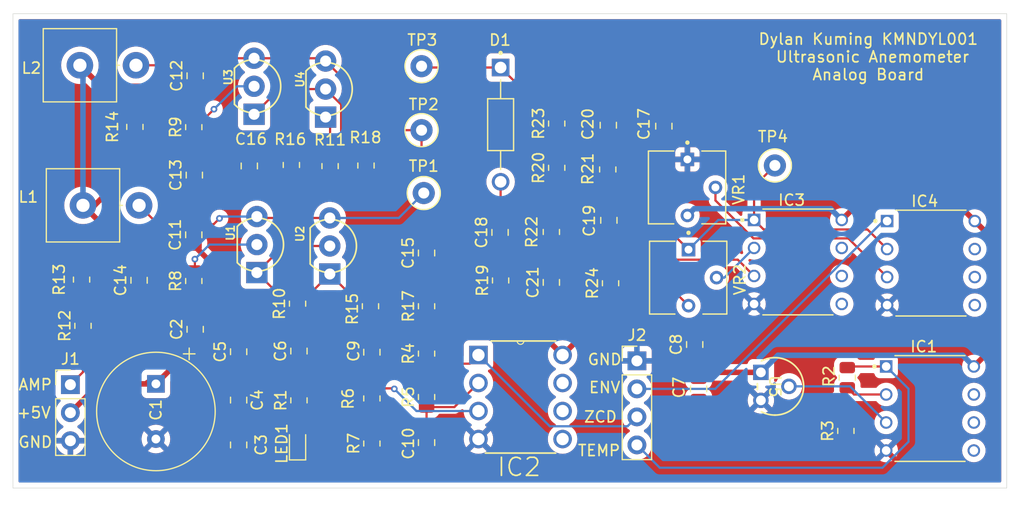
<source format=kicad_pcb>
(kicad_pcb (version 20240108) (generator "pcbnew") (generator_version "8.0")
  (layers (0 "F.Cu" signal) (31 "B.Cu" signal) (34 "B.Paste" user) (35 "F.Paste" user) (36 "B.SilkS" user "B.Silkscreen") (37 "F.SilkS" user "F.Silkscreen") (38 "B.Mask" user) (39 "F.Mask" user) (44 "Edge.Cuts" user))
  (net 0 "")
  (net 1 "+5V")
  (net 2 "GND")
  (net 3 "Net-(IC2-VIN+)")
  (net 4 "/AMP")
  (net 5 "Net-(IC2-VIN-)")
  (net 6 "Net-(C11-Pad2)")
  (net 7 "Net-(C13-Pad2)")
  (net 8 "/Amp_in")
  (net 9 "Net-(C14-Pad2)")
  (net 10 "Net-(C15-Pad1)")
  (net 11 "Net-(C16-Pad1)")
  (net 12 "Net-(IC3-VOUT)")
  (net 13 "Net-(C17-Pad1)")
  (net 14 "Net-(C18-Pad2)")
  (net 15 "Net-(IC3-VIN+)")
  (net 16 "Net-(C20-Pad1)")
  (net 17 "Net-(IC1-VIN-)")
  (net 18 "/TEMP")
  (net 19 "/ZERO_CROSS")
  (net 20 "Net-(IC3-VIN-)")
  (net 21 "Net-(IC4-VIN+)")
  (net 22 "/ENVELOPE")
  (net 23 "Net-(LED1-A)")
  (net 24 "Net-(R10-Pad2)")
  (net 25 "Net-(R10-Pad1)")
  (net 26 "Net-(R11-Pad2)")
  (net 27 "Net-(R11-Pad1)")
  (net 28 "Net-(R24-Pad2)")
  (net 29 "Net-(IC1-VIN+)")
  (footprint "Capacitor_SMD:C_0805_2012Metric" (layer "F.Cu") (at 131.6228 74.4728 90)
    (property "Reference" "C13")
    (property "Value" "100n")
  )
  (footprint "Capacitor_SMD:C_0805_2012Metric" (layer "F.Cu") (at 131.699 88.453 90)
    (property "Reference" "C2")
    (property "Value" "100n" (hide yes))
  )
  (footprint "Capacitor_SMD:C_0805_2012Metric" (layer "F.Cu") (at 163.957 84.201 90)
    (property "Reference" "C21")
    (property "Value" "100n")
  )
  (footprint "Resistor_SMD:R_0805_2012Metric" (layer "F.Cu") (at 140.97 86.1295 90)
    (property "Reference" "R10")
    (property "Value" "10k")
  )
  (footprint "Resistor_THT:R_Axial_Power_L20.0mm_W6.4mm_P5.08mm_Vertical" (layer "F.Cu") (at 121.2596 64.516)
    (property "Reference" "L2")
    (property "Value" "470uH")
  )
  (footprint "TestPoint:TestPoint_Loop_D2.50mm_Drill1.0mm" (layer "F.Cu") (at 184.2 73.6)
    (property "Reference" "TP4")
    (property "Value" "TestPoint" (hide yes))
  )
  (footprint "Resistor_SMD:R_0805_2012Metric" (layer "F.Cu") (at 141.097 94.8925 90)
    (property "Reference" "R1")
    (property "Value" "220")
  )
  (footprint "Capacitor_SMD:C_0805_2012Metric" (layer "F.Cu") (at 152.654 98.7215 -90)
    (property "Reference" "C10")
    (property "Value" "100n")
  )
  (footprint "Resistor_SMD:R_0805_2012Metric" (layer "F.Cu") (at 169.3164 84.2753 90)
    (property "Reference" "R24")
    (property "Value" "3300")
  )
  (footprint "Connector_PinHeader_2.54mm:PinHeader_1x03_P2.54mm_Vertical" (layer "F.Cu") (at 120.396 93.472)
    (property "Reference" "J1")
    (property "Value" "Conn_01x03_Pin" (hide yes))
  )
  (footprint "Capacitor_SMD:C_0805_2012Metric" (layer "F.Cu") (at 159.3088 79.6696 90)
    (property "Reference" "C18")
    (property "Value" "100n" (hide yes))
  )
  (footprint "Capacitor_SMD:C_0805_2012Metric" (layer "F.Cu") (at 174.1424 70.038 -90)
    (property "Reference" "C17")
    (property "Value" "10n" (hide yes))
  )
  (footprint "Resistor_SMD:R_0805_2012Metric" (layer "F.Cu") (at 169.0624 73.9629 -90)
    (property "Reference" "R21")
    (property "Value" "1K" (hide yes))
  )
  (footprint "Resistor_SMD:R_0805_2012Metric" (layer "F.Cu") (at 121.412 83.947 -90)
    (property "Reference" "R13")
    (property "Value" "470K" (hide yes))
  )
  (footprint "Resistor_SMD:R_0805_2012Metric" (layer "F.Cu") (at 190.754 92.837 90)
    (property "Reference" "R2")
    (property "Value" "4700" (hide yes))
  )
  (footprint "Resistor_SMD:R_0805_2012Metric" (layer "F.Cu") (at 152.654 86.36 90)
    (property "Reference" "R17")
    (property "Value" "330")
  )
  (footprint "TestPoint:TestPoint_Loop_D2.50mm_Drill1.0mm" (layer "F.Cu") (at 152.4 76.1)
    (property "Reference" "TP1")
    (property "Value" "TestPoint" (hide yes))
  )
  (footprint "Resistor_SMD:R_0805_2012Metric" (layer "F.Cu") (at 121.539 88.138 90)
    (property "Reference" "R12")
    (property "Value" "47K")
  )
  (footprint "3362P-1-503LF:TRIM_3362P-1-503LF" (layer "F.Cu") (at 176.276 75.5904 -90)
    (property "Reference" "VR1")
    (property "Value" "10K POT")
  )
  (footprint "LM358:DIP794W45P254L959H508Q8" (layer "F.Cu") (at 198.247 95.631)
    (property "Reference" "IC1")
    (property "Value" "LM358")
  )
  (footprint "Capacitor_SMD:C_0805_2012Metric" (layer "F.Cu") (at 152.654 81.534 90)
    (property "Reference" "C15")
    (property "Value" "100n")
  )
  (footprint "TestPoint:TestPoint_Loop_D2.50mm_Drill1.0mm" (layer "F.Cu") (at 152.2 64.6)
    (property "Reference" "TP3")
    (property "Value" "TestPoint" (hide yes))
  )
  (footprint "Resistor_SMD:R_0805_2012Metric" (layer "F.Cu") (at 140.4112 73.5565 -90)
    (property "Reference" "R16")
    (property "Value" "100")
  )
  (footprint "Resistor_SMD:R_0805_2012Metric" (layer "F.Cu") (at 126.238 70.104 -90)
    (property "Reference" "R14")
    (property "Value" "470K")
  )
  (footprint "Resistor_SMD:R_0805_2012Metric" (layer "F.Cu") (at 147.1676 73.6073 90)
    (property "Reference" "R18")
    (property "Value" "330")
  )
  (footprint "Capacitor_SMD:C_0805_2012Metric" (layer "F.Cu") (at 131.572 79.883 90)
    (property "Reference" "C11")
    (property "Value" "33n")
  )
  (footprint "Resistor_SMD:R_0805_2012Metric" (layer "F.Cu") (at 152.654 90.6545 90)
    (property "Reference" "R4")
    (property "Value" "1K")
  )
  (footprint "Resistor_SMD:R_0805_2012Metric" (layer "F.Cu") (at 147.701 98.806 90)
    (property "Reference" "R7")
    (property "Value" "10k")
  )
  (footprint "Capacitor_SMD:C_0805_2012Metric" (layer "F.Cu") (at 135.636 98.933 90)
    (property "Reference" "C3")
    (property "Value" "100n" (hide yes))
  )
  (footprint "Resistor_SMD:R_0805_2012Metric" (layer "F.Cu") (at 131.572 70.1275 90)
    (property "Reference" "R9")
    (property "Value" "470K")
  )
  (footprint "KiCADv6:Z03A" (layer "F.Cu") (at 185.4708 94.8944 -90)
    (property "Reference" "U5")
    (property "Value" "LM35DZ/NOPB")
  )
  (footprint "Capacitor_SMD:C_0805_2012Metric" (layer "F.Cu") (at 176.9364 89.8296 90)
    (property "Reference" "C8")
    (property "Value" "100n" (hide yes))
  )
  (footprint "BC549 darlington:TO92" (layer "F.Cu") (at 143.891 80.899 90)
    (property "Reference" "U2")
    (property "Value" "BC549")
  )
  (footprint "TestPoint:TestPoint_Loop_D2.50mm_Drill1.0mm" (layer "F.Cu") (at 152.2 70.4)
    (property "Reference" "TP2")
    (property "Value" "TestPoint" (hide yes))
  )
  (footprint "Capacitor_SMD:C_0805_2012Metric" (layer "F.Cu") (at 126.619 84.008 90)
    (property "Reference" "C14")
    (property "Value" "100n")
  )
  (footprint "Capacitor_SMD:C_0805_2012Metric" (layer "F.Cu") (at 141.097 90.424 90)
    (property "Reference" "C6")
    (property "Value" "100n")
  )
  (footprint "Capacitor_SMD:C_0805_2012Metric" (layer "F.Cu") (at 169.1132 69.9516 -90)
    (property "Reference" "C20")
    (property "Value" "10n" (hide yes))
  )
  (footprint "Capacitor_SMD:C_0805_2012Metric" (layer "F.Cu") (at 135.636 94.869 -90)
    (property "Reference" "C4")
    (property "Value" "100n" (hide yes))
  )
  (footprint "LED_SMD:LED_0603_1608Metric" (layer "F.Cu") (at 140.97 98.806 90)
    (property "Reference" "LED1")
    (property "Value" "LED_Y")
  )
  (footprint "LM358:DIP794W45P254L959H508Q8" (layer "F.Cu") (at 186.2836 82.3468)
    (property "Reference" "IC3")
    (property "Value" "LM358")
  )
  (footprint "Capacitor_THT:CP_Radial_Tantal_D10.5mm_P5.00mm" (layer "F.Cu") (at 128.143 93.399067 -90)
    (property "Reference" "C1")
    (property "Value" "22uF" (hide yes))
  )
  (footprint "BC549 darlington:TO92" (layer "F.Cu") (at 137.287 80.772 90)
    (property "Reference" "U1")
    (property "Value" "BC549")
  )
  (footprint "Connector_PinHeader_2.54mm:PinHeader_1x04_P2.54mm_Vertical" (layer "F.Cu") (at 171.704 91.313)
    (property "Reference" "J2")
    (property "Value" "Conn_01x04_Pin")
  )
  (footprint "Resistor_SMD:R_0805_2012Metric" (layer "F.Cu") (at 147.701 94.7185 -90)
    (property "Reference" "R6")
    (property "Value" "47k" (hide yes))
  )
  (footprint "Capacitor_SMD:C_0805_2012Metric" (layer "F.Cu") (at 169.164 78.5724 -90)
    (property "Reference" "C19")
    (property "Value" "10n" (hide yes))
  )
  (footprint "Resistor_SMD:R_0805_2012Metric" (layer "F.Cu") (at 152.654 94.5915 90)
    (property "Reference" "R5")
    (property "Value" "10k")
  )
  (footprint "Resistor_SMD:R_0805_2012Metric" (layer "F.Cu") (at 131.572 84.074 90)
    (property "Reference" "R8")
    (property "Value" "470K")
  )
  (footprint "BC549 darlington:TO92" (layer "F.Cu") (at 137.033 66.421 90)
    (property "Reference" "U3")
    (property "Value" "BC549")
  )
  (footprint "Resistor_SMD:R_0805_2012Metric" (layer "F.Cu") (at 164.4396 69.7992 90)
    (property "Reference" "R23")
    (property "Value" "47k" (hide yes))
  )
  (footprint "Capacitor_SMD:C_0805_2012Metric" (layer "F.Cu") (at 177.292 93.853 -90)
    (property "Reference" "C7")
    (property "Value" "100n" (hide yes))
  )
  (footprint "Capacitor_SMD:C_0805_2012Metric" (layer "F.Cu") (at 131.699 65.471 90)
    (property "Reference" "C12")
    (property "Value" "33n")
  )
  (footprint "Resistor_THT:R_Axial_Power_L20.0mm_W6.4mm_P5.08mm_Vertical" (layer "F.Cu") (at 121.539 77.216)
    (property "Reference" "L1")
    (property "Value" "470uH")
  )
  (footprint "Resistor_SMD:R_0805_2012Metric" (layer "F.Cu") (at 159.3596 84.0251 90)
    (property "Reference" "R19")
    (property "Value" "1M" (hide yes))
  )
  (footprint "Capacitor_SMD:C_0805_2012Metric" (layer "F.Cu") (at 147.701 90.5275 -90)
    (property "Reference" "C9")
    (property "Value" "100n" (hide yes))
  )
  (footprint "Resistor_SMD:R_0805_2012Metric" (layer "F.Cu") (at 143.9164 73.6581 90)
    (property "Reference" "R11")
    (property "Value" "10k")
  )
  (footprint "Resistor_SMD:R_0805_2012Metric" (layer "F.Cu") (at 147.574 86.36 -90)
    (property "Reference" "R15")
    (property "Value" "100" (hide yes))
  )
  (footprint "Capacitor_SMD:C_0805_2012Metric" (layer "F.Cu") (at 135.636 90.485 90)
    (property "Reference" "C5")
    (property "Value" "100n")
  )
  (footprint "LM393N:DIP254P762X508-8" (layer "F.Cu") (at 164.973 98.4015)
    (property "Reference" "IC2")
    (property "Value" "LM393")
  )
  (footprint "LM358:DIP794W45P254L959H508Q8" (layer "F.Cu") (at 198.3308 82.4484)
    (property "Reference" "IC4")
    (property "Value" "LM358")
  )
  (footprint "Resistor_SMD:R_0805_2012Metric" (layer "F.Cu") (at 163.957 79.629 -90)
    (property "Reference" "R22")
    (property "Value" "47k" (hide yes))
  )
  (footprint "Resistor_SMD:R_0805_2012Metric" (layer "F.Cu") (at 190.627 97.663 90)
    (property "Reference" "R3")
    (property "Value" "1k")
  )
  (footprint "Capacitor_SMD:C_0805_2012Metric" (layer "F.Cu") (at 136.6012 73.6448 -90)
    (property "Reference" "C16")
    (property "Value" "100n")
  )
  (footprint "BC549 darlington:TO92" (layer "F.Cu") (at 143.51 66.675 90)
    (property "Reference" "U4")
    (property "Value" "BC549")
  )
  (footprint "3362P-1-503LF:TRIM_3362P-1-503LF" (layer "F.Cu") (at 176.3776 83.7692 -90)
    (property "Reference" "VR2")
    (property "Value" "10K POT")
  )
  (footprint "Resistor_SMD:R_0805_2012Metric" (layer "F.Cu") (at 164.4396 73.8124 90)
    (property "Reference" "R20")
    (property "Value" "6.8K" (hide yes))
  )
  (footprint "1N5819 diode:DIOAD1036W78L470D235" (layer "F.Cu") (at 159.3596 69.9008 -90)
    (property "Reference" "D1")
    (property "Value" "1N5819")
  )
  (gr_rect (start 115.1964 59.8424) (end 205.1964 102.8424) (stroke (width 0.05)) (fill none) (layer "Edge.Cuts"))
  (gr_text "GND" (at 168.783 91.186 0) (layer "F.SilkS") (effects (font (size 1 1))))
  (gr_text "Dylan Kuming KMNDYL001 \nUltrasonic Anemometer\nAnalog Board \n" (at 193.04 63.754 0) (layer "F.SilkS") (effects (font (size 1 1))))
  (gr_text "GND" (at 117.221 98.679 0) (layer "F.SilkS") (effects (font (size 1 1))))
  (gr_text "TEMP" (at 168.275 99.441 0) (layer "F.SilkS") (effects (font (size 1 1))))
  (gr_text "AMP" (at 117.221 93.472 0) (layer "F.SilkS") (effects (font (size 1 1))))
  (gr_text "ZCD" (at 168.402 96.393 0) (layer "F.SilkS") (effects (font (size 1 1))))
  (gr_text "+5V" (at 117.094 96.012 0) (layer "F.SilkS") (effects (font (size 1 1))))
  (gr_text "ENV" (at 168.783 93.726 0) (layer "F.SilkS") (effects (font (size 1 1))))
  (segment (start 122.584 77.216) (end 121.539 77.216) (width 0.5) (layer "F.Cu") (net 1))
  (segment (start 141.097 91.374) (end 135.697 91.374) (width 0.5) (layer "F.Cu") (net 1))
  (segment (start 175.1568 89) (end 166.7545 89) (width 0.5) (layer "F.Cu") (net 1))
  (segment (start 166.7545 89) (end 164.973 90.7815) (width 0.5) (layer "F.Cu") (net 1))
  (segment (start 182.9308 92.3544) (end 177.8406 92.3544) (width 0.5) (layer "F.Cu") (net 1))
  (segment (start 177.292 91.1352) (end 176.9364 90.7796) (width 0.5) (layer "F.Cu") (net 1))
  (segment (start 177.8406 92.3544) (end 177.292 92.903) (width 0.5) (layer "F.Cu") (net 1))
  (segment (start 131.699 89.403) (end 131.699 89.843067) (width 0.5) (layer "F.Cu") (net 1))
  (segment (start 163.7436 84.9376) (end 163.957 85.151) (width 0.5) (layer "F.Cu") (net 1))
  (segment (start 131.699 89.403) (end 130.524 88.228) (width 0.5) (layer "F.Cu") (net 1))
  (segment (start 151.504 90.892) (end 151.898 90.498) (width 0.5) (layer "F.Cu") (net 1))
  (segment (start 135.636 91.435) (end 135.387 91.435) (width 0.5) (layer "F.Cu") (net 1))
  (segment (start 133 82.261) (end 131.572 80.833) (width 0.5) (layer "F.Cu") (net 1))
  (segment (start 131.572 84.9865) (end 132.2135 84.9865) (width 0.5) (layer "F.Cu") (net 1))
  (segment (start 159.3596 84.9376) (end 163.7436 84.9376) (width 0.5) (layer "F.Cu") (net 1))
  (segment (start 125.156 80.833) (end 131.572 80.833) (width 0.5) (layer "F.Cu") (net 1))
  (segment (start 130.524 86.0345) (end 131.572 84.9865) (width 0.5) (layer "F.Cu") (net 1))
  (segment (start 203.6872 80.0248) (end 202.3008 78.6384) (width 0.5) (layer "F.Cu") (net 1))
  (segment (start 135.636 91.435) (end 135.636 93.919) (width 0.5) (layer "F.Cu") (net 1))
  (segment (start 132.2135 84.9865) (end 133 84.2) (width 0.5) (layer "F.Cu") (net 1))
  (segment (start 135.387 91.435) (end 135.321 91.501) (width 0.5) (layer "F.Cu") (net 1))
  (segment (start 130.524 88.228) (end 130.524 86.0345) (width 0.5) (layer "F.Cu") (net 1))
  (segment (start 121.539 77.216) (end 125.156 80.833) (width 0.5) (layer "F.Cu") (net 1))
  (segment (start 121.2596 76.9366) (end 121.539 77.216) (width 0.5) (layer "F.Cu") (net 1))
  (segment (start 203.6872 90.3508) (end 203.6872 80.0248) (width 0.5) (layer "F.Cu") (net 1))
  (segment (start 144.5495 90.5275) (end 151.8685 90.5275) (width 0.5) (layer "F.Cu") (net 1))
  (segment (start 202.217 91.821) (end 203.6872 90.3508) (width 0.5) (layer "F.Cu") (net 1))
  (segment (start 123.1646 66.421) (end 131.699 66.421) (width 0.5) (layer "F.Cu") (net 1))
  (segment (start 151.898 90.498) (end 152.654 89.742) (width 0.5) (layer "F.Cu") (net 1))
  (segment (start 159.3596 84.9376) (end 159.3596 85.1681) (width 0.5) (layer "F.Cu") (net 1))
  (segment (start 192.0904 76.7) (end 190.2536 78.5368) (width 0.5) (layer "F.Cu") (net 1))
  (segment (start 128.143 93.399067) (end 123.008933 93.399067) (width 0.5) (layer "F.Cu") (net 1))
  (segment (start 141.097 93.98) (end 144.5495 90.5275) (width 0.5) (layer "F.Cu") (net 1))
  (segment (start 133.731 91.435) (end 131.699 89.403) (width 0.5) (layer "F.Cu") (net 1))
  (segment (start 135.636 93.919) (end 134.461 95.094) (width 0.5) (layer "F.Cu") (net 1))
  (segment (start 128.76 71.04) (end 122.584 77.216) (width 0.5) (layer "F.Cu") (net 1))
  (segment (start 152.654 93.679) (end 151.504 92.529) (width 0.5) (layer "F.Cu") (net 1))
  (segment (start 202.3008 78.6384) (end 200.3624 76.7) (width 0.5) (layer "F.Cu") (net 1))
  (segment (start 176.9364 90.7796) (end 175.1568 89) (width 0.5) (layer "F.Cu") (net 1))
  (segment (start 159.3596 85.1681) (end 164.973 90.7815) (width 0.5) (layer "F.Cu") (net 1))
  (segment (start 127.829933 93.272067) (end 127.381 93.272067) (width 0.5) (layer "F.Cu") (net 1))
  (segment (start 131.572 71.04) (end 128.76 71.04) (width 0.5) (layer "F.Cu") (net 1))
  (segment (start 135.636 91.435) (end 133.731 91.435) (width 0.5) (layer "F.Cu") (net 1))
  (segment (start 123.008933 93.399067) (end 120.396 96.012) (width 0.5) (layer "F.Cu") (net 1))
  (segment (start 177.292 92.903) (end 177.292 91.1352) (width 0.5) (layer "F.Cu") (net 1))
  (segment (start 151.8685 90.5275) (end 151.898 90.498) (width 0.5) (layer "F.Cu") (net 1))
  (segment (start 200.3624 76.7) (end 192.0904 76.7) (width 0.5) (layer "F.Cu") (net 1))
  (segment (start 131.699 89.843067) (end 128.143 93.399067) (width 0.5) (layer "F.Cu") (net 1))
  (segment (start 134.461 98.708) (end 135.636 99.883) (width 0.5) (layer "F.Cu") (net 1))
  (segment (start 134.461 95.094) (end 134.461 98.708) (width 0.5) (layer "F.Cu") (net 1))
  (segment (start 151.504 92.529) (end 151.504 90.892) (width 0.5) (layer "F.Cu") (net 1))
  (segment (start 135.697 91.374) (end 135.636 91.435) (width 0.5) (layer "F.Cu") (net 1))
  (segment (start 141.097 93.98) (end 141.097 91.374) (width 0.5) (layer "F.Cu") (net 1))
  (segment (start 159.3596 84.9376) (end 154.5552 89.742) (width 0.5) (layer "F.Cu") (net 1))
  (segment (start 133 84.2) (end 133 82.261) (width 0.5) (layer "F.Cu") (net 1))
  (segment (start 121.2596 64.516) (end 123.1646 66.421) (width 0.5) (layer "F.Cu") (net 1))
  (segment (start 154.5552 89.742) (end 152.654 89.742) (width 0.5) (layer "F.Cu") (net 1))
  (segment (start 176.887 77.5194) (end 189.2362 77.5194) (width 0.5) (layer "B.Cu") (net 1))
  (segment (start 202.217 91.821) (end 201.202 90.806) (width 0.5) (layer "B.Cu") (net 1))
  (segment (start 121.539 77.216) (end 121.539 64.7954) (width 0.5) (layer "B.Cu") (net 1))
  (segment (start 201.202 90.806) (end 184.4792 90.806) (width 0.5) (layer "B.Cu") (net 1))
  (segment (start 184.4792 90.806) (end 182.9308 92.3544) (width 0.5) (layer "B.Cu") (net 1))
  (segment (start 176.276 78.1304) (end 176.887 77.5194) (width 0.5) (layer "B.Cu") (net 1))
  (segment (start 121.539 64.7954) (end 121.2596 64.516) (width 0.5) (layer "B.Cu") (net 1))
  (segment (start 189.2362 77.5194) (end 190.2536 78.5368) (width 0.5) (layer "B.Cu") (net 1))
  (segment (start 135.636 95.819) (end 135.636 97.983) (width 0.5) (layer "F.Cu") (net 2))
  (segment (start 177.485 94.996) (end 177.292 94.803) (width 0.2) (layer "F.Cu") (net 2))
  (segment (start 164.6295 70.9016) (end 164.4396 70.7117) (width 0.2) (layer "F.Cu") (net 2))
  (segment (start 169.1132 70.9016) (end 164.6295 70.9016) (width 0.5) (layer "F.Cu") (net 2))
  (segment (start 147.701 91.4775) (end 147.701 93.806) (width 0.2) (layer "F.Cu") (net 3))
  (segment (start 149.733 93.853) (end 149.686 93.806) (width 0.2) (layer "F.Cu") (net 3))
  (segment (start 147.701 93.806) (end 149.686 93.806) (width 0.2) (layer "F.Cu") (net 3))
  (via (at 149.733 93.853) (size 0.6) (drill 0.3) (layers "F.Cu" "B.Cu") (net 3))
  (segment (start 157.353 95.8615) (end 151.7415 95.8615) (width 0.2) (layer "B.Cu") (net 3))
  (segment (start 151.7415 95.8615) (end 149.733 93.853) (width 0.2) (layer "B.Cu") (net 3))
  (segment (start 155.8544 86.9696) (end 153.8945 88.9295) (width 0.2) (layer "F.Cu") (net 4))
  (segment (start 131.9226 64.521) (end 132.5626 63.881) (width 0.2) (layer "F.Cu") (net 4))
  (segment (start 137.033 63.881) (end 143.256 63.881) (width 0.2) (layer "F.Cu") (net 4))
  (segment (start 143.256 63.881) (end 143.51 64.135) (width 0.2) (layer "F.Cu") (net 4))
  (segment (start 148.349 88.9295) (end 147.701 89.5775) (width 0.2) (layer "F.Cu") (net 4))
  (segment (start 149.7838 70.4088) (end 143.51 64.135) (width 0.2) (layer "F.Cu") (net 4))
  (segment (start 153.8945 88.9295) (end 148.349 88.9295) (width 0.2) (layer "F.Cu") (net 4))
  (segment (start 155.8544 84.074) (end 155.8544 86.9696) (width 0.2) (layer "F.Cu") (net 4))
  (segment (start 152.2 73.5108) (end 152.2 70.4) (width 0.2) (layer "F.Cu") (net 4))
  (segment (start 152.2 70.4) (end 149.7926 70.4) (width 0.2) (layer "F.Cu") (net 4))
  (segment (start 131.699 64.521) (end 131.9226 64.521) (width 0.2) (layer "F.Cu") (net 4))
  (segment (start 149.7926 70.4) (end 149.7838 70.4088) (width 0.2) (layer "F.Cu") (net 4))
  (segment (start 159.3088 80.6196) (end 155.8544 84.074) (width 0.2) (layer "F.Cu") (net 4))
  (segment (start 131.694 64.516) (end 131.699 64.521) (width 0.2) (layer "F.Cu") (net 4))
  (segment (start 126.3396 64.516) (end 131.694 64.516) (width 0.2) (layer "F.Cu") (net 4))
  (segment (start 132.5626 63.881) (end 137.033 63.881) (width 0.2) (layer "F.Cu") (net 4))
  (segment (start 159.3088 80.6196) (end 152.2 73.5108) (width 0.2) (layer "F.Cu") (net 4))
  (segment (start 152.654 95.504) (end 155.1705 95.504) (width 0.2) (layer "F.Cu") (net 5))
  (segment (start 152.654 97.7715) (end 152.654 95.504) (width 0.2) (layer "F.Cu") (net 5))
  (segment (start 147.701 97.8935) (end 147.701 95.631) (width 0.2) (layer "F.Cu") (net 5))
  (segment (start 152.654 97.7715) (end 147.823 97.7715) (width 0.2) (layer "F.Cu") (net 5))
  (segment (start 155.1705 95.504) (end 157.353 93.3215) (width 0.2) (layer "F.Cu") (net 5))
  (segment (start 147.823 97.7715) (end 147.701 97.8935) (width 0.2) (layer "F.Cu") (net 5))
  (segment (start 131.6228 75.4228) (end 131.6228 78.8822) (width 0.2) (layer "F.Cu") (net 6))
  (segment (start 133.367 78.933) (end 133.9 78.4) (width 0.2) (layer "F.Cu") (net 6))
  (segment (start 137.414 78.359) (end 137.287 78.232) (width 0.2) (layer "F.Cu") (net 6))
  (segment (start 131.572 78.933) (end 133.367 78.933) (width 0.2) (layer "F.Cu") (net 6))
  (segment (start 131.6228 78.8822) (end 131.572 78.933) (width 0.2) (layer "F.Cu") (net 6))
  (segment (start 128.336 78.933) (end 126.619 77.216) (width 0.2) (layer "F.Cu") (net 6))
  (segment (start 137.3124 78.2066) (end 137.287 78.232) (width 0.2) (layer "F.Cu") (net 6))
  (segment (start 131.572 78.933) (end 128.336 78.933) (width 0.2) (layer "F.Cu") (net 6))
  (segment (start 143.891 78.359) (end 137.414 78.359) (width 0.2) (layer "F.Cu") (net 6))
  (via (at 133.9 78.4) (size 0.6) (drill 0.3) (layers "F.Cu" "B.Cu") (net 6))
  (segment (start 133.9 78.4) (end 133.8 78.4) (width 0.2) (layer "B.Cu") (net 6))
  (segment (start 133.968 78.232) (end 133.9 78.3) (width 0.2) (layer "B.Cu") (net 6))
  (segment (start 137.287 78.232) (end 133.968 78.232) (width 0.2) (layer "B.Cu") (net 6))
  (segment (start 150.141 78.359) (end 152.4 76.1) (width 0.2) (layer "B.Cu") (net 6))
  (segment (start 133.9 78.3) (end 133.9 78.4) (width 0.2) (layer "B.Cu") (net 6))
  (segment (start 133.8 78.4) (end 133.9 78.3) (width 0.2) (layer "B.Cu") (net 6))
  (segment (start 143.891 78.359) (end 150.141 78.359) (width 0.2) (layer "B.Cu") (net 6))
  (segment (start 132.685 69.215) (end 131.572 69.215) (width 0.2) (layer "F.Cu") (net 7))
  (segment (start 131.5485 69.1915) (end 131.572 69.215) (width 0.2) (layer "F.Cu") (net 7))
  (segment (start 133.4 68.5) (end 132.685 69.215) (width 0.2) (layer "F.Cu") (net 7))
  (segment (start 126.238 69.1915) (end 131.5485 69.1915) (width 0.2) (layer "F.Cu") (net 7))
  (segment (start 132.572 72.5736) (end 132.572 70.215) (width 0.2) (layer "F.Cu") (net 7))
  (segment (start 132.572 70.215) (end 131.572 69.215) (width 0.2) (layer "F.Cu") (net 7))
  (segment (start 131.6228 73.5228) (end 132.572 72.5736) (width 0.2) (layer "F.Cu") (net 7))
  (via (at 133.4 68.5) (size 0.6) (drill 0.3) (layers "F.Cu" "B.Cu") (net 7))
  (segment (start 133.4 68.5) (end 135.479 66.421) (width 0.2) (layer "B.Cu") (net 7))
  (segment (start 135.479 66.421) (end 137.033 66.421) (width 0.2) (layer "B.Cu") (net 7))
  (segment (start 120.396 93.472) (end 121.539 92.329) (width 0.2) (layer "F.Cu") (net 8))
  (segment (start 121.539 92.329) (end 121.539 90.3) (width 0.2) (layer "F.Cu") (net 8))
  (segment (start 125.6315 84.958) (end 121.539 89.0505) (width 0.2) (layer "F.Cu") (net 8))
  (segment (start 126.619 84.958) (end 125.6315 84.958) (width 0.2) (layer "F.Cu") (net 8))
  (segment (start 121.539 90.3) (end 121.539 89.0505) (width 0.2) (layer "F.Cu") (net 8))
  (segment (start 121.412 83.0345) (end 126.5955 83.0345) (width 0.2) (layer "F.Cu") (net 9))
  (segment (start 131.6736 83.0599) (end 131.572 83.1615) (width 0.2) (layer "F.Cu") (net 9))
  (segment (start 126.5955 83.0345) (end 126.619 83.058) (width 0.2) (layer "F.Cu") (net 9))
  (segment (start 131.6736 82.0928) (end 131.6736 83.0599) (width 0.2) (layer "F.Cu") (net 9))
  (segment (start 131.572 83.1615) (end 126.7225 83.1615) (width 0.2) (layer "F.Cu") (net 9))
  (segment (start 126.7225 83.1615) (end 126.619 83.058) (width 0.2) (layer "F.Cu") (net 9))
  (via (at 131.6736 82.0928) (size 0.6) (drill 0.3) (layers "F.Cu" "B.Cu") (net 9))
  (segment (start 131.6736 82.0928) (end 131.7244 82.042) (width 0.2) (layer "B.Cu") (net 9))
  (segment (start 132.9944 80.772) (end 131.6736 82.0928) (width 0.2) (layer "B.Cu") (net 9))
  (segment (start 137.287 80.772) (end 132.9944 80.772) (width 0.2) (layer "B.Cu") (net 9))
  (segment (start 147.8655 87.2725) (end 147.574 87.2725) (width 0.2) (layer "F.Cu") (net 10))
  (segment (start 152.654 82.484) (end 147.8655 87.2725) (width 0.2) (layer "F.Cu") (net 10))
  (segment (start 152.654 87.2725) (end 147.574 87.2725) (width 0.2) (layer "F.Cu") (net 10))
  (segment (start 136.6012 72.6948) (end 138.637 72.6948) (width 0.2) (layer "F.Cu") (net 11))
  (segment (start 147.1676 74.5198) (end 146.3043 75.3831) (width 0.2) (layer "F.Cu") (net 11))
  (segment (start 138.637 72.6948) (end 140.4112 74.469) (width 0.2) (layer "F.Cu") (net 11))
  (segment (start 141.3253 75.3831) (end 140.4112 74.469) (width 0.2) (layer "F.Cu") (net 11))
  (segment (start 146.3043 75.3831) (end 141.3253 75.3831) (width 0.2) (layer "F.Cu") (net 11))
  (segment (start 174.1424 70.988) (end 174.1424 78.994) (width 0.2) (layer "F.Cu") (net 12))
  (segment (start 174.1424 78.994) (end 176.3776 81.2292) (width 0.2) (layer "F.Cu") (net 12))
  (segment (start 192.5842 79.4018) (end 183.1786 79.4018) (width 0.2) (layer "F.Cu") (net 12))
  (segment (start 182.3136 78.5368) (end 182.3136 75.4964) (width 0.2) (layer "F.Cu") (net 12))
  (segment (start 182.3136 75.4964) (end 184.2008 73.6092) (width 0.2) (layer "F.Cu") (net 12))
  (segment (start 194.3608 81.1784) (end 192.5842 79.4018) (width 0.2) (layer "F.Cu") (net 12))
  (segment (start 183.1786 79.4018) (end 182.3136 78.5368) (width 0.2) (layer "F.Cu") (net 12))
  (segment (start 179.07 78.5368) (end 176.3776 81.2292) (width 0.2) (layer "B.Cu") (net 12))
  (segment (start 182.3136 78.5368) (end 179.07 78.5368) (width 0.2) (layer "B.Cu") (net 12))
  (segment (start 168.9119 72.8999) (end 169.0624 73.0504) (width 0.2) (layer "F.Cu") (net 13))
  (segment (start 169.0624 73.0504) (end 170.18 73.0504) (width 0.2) (layer "F.Cu") (net 13))
  (segment (start 170.18 73.0504) (end 174.1424 69.088) (width 0.2) (layer "F.Cu") (net 13))
  (segment (start 164.4396 72.8999) (end 168.9119 72.8999) (width 0.2) (layer "F.Cu") (net 13))
  (segment (start 163.957 78.7165) (end 159.3119 78.7165) (width 0.2) (layer "F.Cu") (net 14))
  (segment (start 160.3338 82.1384) (end 159.3596 83.1126) (width 0.2) (layer "F.Cu") (net 14))
  (segment (start 159.3088 78.7196) (end 160.3338 79.7446) (width 0.2) (layer "F.Cu") (net 14))
  (segment (start 159.3596 78.6688) (end 159.3088 78.7196) (width 0.2) (layer "F.Cu") (net 14))
  (segment (start 159.5082 83.2612) (end 159.3596 83.1126) (width 0.2) (layer "F.Cu") (net 14))
  (segment (start 159.3119 78.7165) (end 159.3088 78.7196) (width 0.2) (layer "F.Cu") (net 14))
  (segment (start 160.3338 79.7446) (end 160.3338 82.1384) (width 0.2) (layer "F.Cu") (net 14))
  (segment (start 159.3596 75.0808) (end 159.3596 78.6688) (width 0.2) (layer "F.Cu") (net 14))
  (segment (start 169.164 77.6224) (end 173.6818 82.1402) (width 0.2) (layer "F.Cu") (net 15))
  (segment (start 173.6818 82.1402) (end 180.837 82.1402) (width 0.2) (layer "F.Cu") (net 15))
  (segment (start 180.837 82.1402) (end 182.3136 83.6168) (width 0.2) (layer "F.Cu") (net 15))
  (segment (start 169.164 74.977) (end 169.0624 74.8754) (width 0.2) (layer "F.Cu") (net 15))
  (segment (start 169.164 77.6224) (end 169.164 74.977) (width 0.2) (layer "F.Cu") (net 15))
  (segment (start 152.3208 64.7208) (end 152.2 64.6) (width 0.2) (layer "F.Cu") (net 16))
  (segment (start 159.3596 64.7208) (end 152.3208 64.7208) (width 0.2) (layer "F.Cu") (net 16))
  (segment (start 164.4396 74.7249) (end 163.4396 73.7249) (width 0.2) (layer "F.Cu") (net 16))
  (segment (start 163.4396 69.8867) (end 164.4396 68.8867) (width 0.2) (layer "F.Cu") (net 16))
  (segment (start 159.3072 64.6684) (end 159.3596 64.7208) (width 0.2) (layer "F.Cu") (net 16))
  (segment (start 169.1132 69.0016) (end 164.5545 69.0016) (width 0.2) (layer "F.Cu") (net 16))
  (segment (start 159.3596 64.7208) (end 163.5255 68.8867) (width 0.2) (layer "F.Cu") (net 16))
  (segment (start 164.5545 69.0016) (end 164.4396 68.8867) (width 0.2) (layer "F.Cu") (net 16))
  (segment (start 163.4396 73.7249) (end 163.4396 69.8867) (width 0.2) (layer "F.Cu") (net 16))
  (segment (start 163.5255 68.8867) (end 164.4396 68.8867) (width 0.2) (layer "F.Cu") (net 16))
  (segment (start 189.627 97.5755) (end 189.627 94.8765) (width 0.2) (layer "F.Cu") (net 17))
  (segment (start 190.627 98.5755) (end 189.627 97.5755) (width 0.2) (layer "F.Cu") (net 17))
  (segment (start 191.3655 94.361) (end 190.754 93.7495) (width 0.2) (layer "F.Cu") (net 17))
  (segment (start 194.277 94.361) (end 191.3655 94.361) (width 0.2) (layer "F.Cu") (net 17))
  (segment (start 189.627 94.8765) (end 190.754 93.7495) (width 0.2) (layer "F.Cu") (net 17))
  (segment (start 190.8575 91.821) (end 190.754 91.9245) (width 0.2) (layer "F.Cu") (net 18))
  (segment (start 194.277 91.821) (end 190.8575 91.821) (width 0.2) (layer "F.Cu") (net 18))
  (segment (start 173.771 101) (end 171.704 98.933) (width 0.2) (layer "B.Cu") (net 18))
  (segment (start 193.941295 101) (end 173.771 101) (width 0.2) (layer "B.Cu") (net 18))
  (segment (start 194.277 91.821) (end 196.3 93.844) (width 0.2) (layer "B.Cu") (net 18))
  (segment (start 196.3 93.844) (end 196.3 98.641295) (width 0.2) (layer "B.Cu") (net 18))
  (segment (start 196.3 98.641295) (end 193.941295 101) (width 0.2) (layer "B.Cu") (net 18))
  (segment (start 156.5675 91.567) (end 157.353 90.7815) (width 0.2) (layer "F.Cu") (net 19))
  (segment (start 152.654 91.567) (end 156.5675 91.567) (width 0.2) (layer "F.Cu") (net 19))
  (segment (start 171.704 96.393) (end 170.854 97.243) (width 0.2) (layer "B.Cu") (net 19))
  (segment (start 170.854 97.243) (end 163.8145 97.243) (width 0.2) (layer "B.Cu") (net 19))
  (segment (start 163.8145 97.243) (end 157.353 90.7815) (width 0.2) (layer "B.Cu") (net 19))
  (segment (start 182.3136 81.0768) (end 179.6212 83.7692) (width 0.2) (layer "B.Cu") (net 20))
  (segment (start 179.6212 83.7692) (end 178.9176 83.7692) (width 0.2) (layer "B.Cu") (net 20))
  (segment (start 182.2586 80.2118) (end 178.816 76.7692) (width 0.2) (layer "F.Cu") (net 21))
  (segment (start 178.816 76.7692) (end 178.816 75.5904) (width 0.2) (layer "F.Cu") (net 21))
  (segment (start 190.8542 80.2118) (end 182.2586 80.2118) (width 0.2) (layer "F.Cu") (net 21))
  (segment (start 194.3608 83.7184) (end 190.8542 80.2118) (width 0.2) (layer "F.Cu") (net 21))
  (segment (start 194.008705 78.6384) (end 178.794105 93.853) (width 0.2) (layer "B.Cu") (net 22))
  (segment (start 178.794105 93.853) (end 171.704 93.853) (width 0.2) (layer "B.Cu") (net 22))
  (segment (start 194.3608 78.6384) (end 194.008705 78.6384) (width 0.2) (layer "B.Cu") (net 22))
  (segment (start 140.97 95.932) (end 141.097 95.805) (width 0.2) (layer "F.Cu") (net 23))
  (segment (start 140.97 98.0185) (end 140.97 95.932) (width 0.2) (layer "F.Cu") (net 23))
  (segment (start 142.113 85.217) (end 143.891 83.439) (width 0.2) (layer "F.Cu") (net 24))
  (segment (start 145.8995 85.4475) (end 143.891 83.439) (width 0.2) (layer "F.Cu") (net 24))
  (segment (start 140.97 85.217) (end 142.113 85.217) (width 0.2) (layer "F.Cu") (net 24))
  (segment (start 147.574 85.4475) (end 145.8995 85.4475) (width 0.2) (layer "F.Cu") (net 24))
  (segment (start 143.891 80.899) (end 139.7 80.899) (width 0.2) (layer "F.Cu") (net 25))
  (segment (start 137.287 83.312) (end 140.97 86.995) (width 0.2) (layer "F.Cu") (net 25))
  (segment (start 139.7 80.899) (end 137.287 83.312) (width 0.2) (layer "F.Cu") (net 25))
  (segment (start 140.97 86.995) (end 140.97 87.042) (width 0.2) (layer "F.Cu") (net 25))
  (segment (start 143.9164 69.6214) (end 143.51 69.215) (width 0.2) (layer "F.Cu") (net 26))
  (segment (start 140.5128 72.7456) (end 140.4112 72.644) (width 0.2) (layer "F.Cu") (net 26))
  (segment (start 143.9164 72.7456) (end 143.9164 69.6214) (width 0.2) (layer "F.Cu") (net 26))
  (segment (start 143.9164 72.7456) (end 140.5128 72.7456) (width 0.2) (layer "F.Cu") (net 26))
  (segment (start 143.9164 74.5706) (end 144.9164 73.5706) (width 0.2) (layer "F.Cu") (net 27))
  (segment (start 139.319 66.675) (end 137.033 68.961) (width 0.2) (layer "F.Cu") (net 27))
  (segment (start 144.9164 68.0814) (end 143.51 66.675) (width 0.2) (layer "F.Cu") (net 27))
  (segment (start 144.9164 73.5706) (end 144.9164 68.0814) (width 0.2) (layer "F.Cu") (net 27))
  (segment (start 143.51 66.675) (end 139.319 66.675) (width 0.2) (layer "F.Cu") (net 27))
  (segment (start 173.4312 83.3628) (end 176.3776 86.3092) (width 0.2) (layer "F.Cu") (net 28))
  (segment (start 169.3164 83.3628) (end 173.4312 83.3628) (width 0.2) (layer "F.Cu") (net 28))
  (segment (start 194.277 96.901) (end 191.0004 93.6244) (width 0.2) (layer "B.Cu") (net 29))
  (segment (start 191.0004 93.6244) (end 185.4708 93.6244) (width 0.2) (layer "B.Cu") (net 29))
  (zone (net 2) (net_name "GND") (layers "F&B.Cu") (connect_pads (clearance 0.5)) (min_thickness 0.25) (fill yes (thermal_gap 0.5) (thermal_bridge_width 0.5))
    (polygon (pts (xy 114.3 58.6) (xy 206.7596 58.7106) (xy 206.6832 104.4892) (xy 114.0236 104.5786) (xy 114.3 58.9)))
  )
)
</source>
